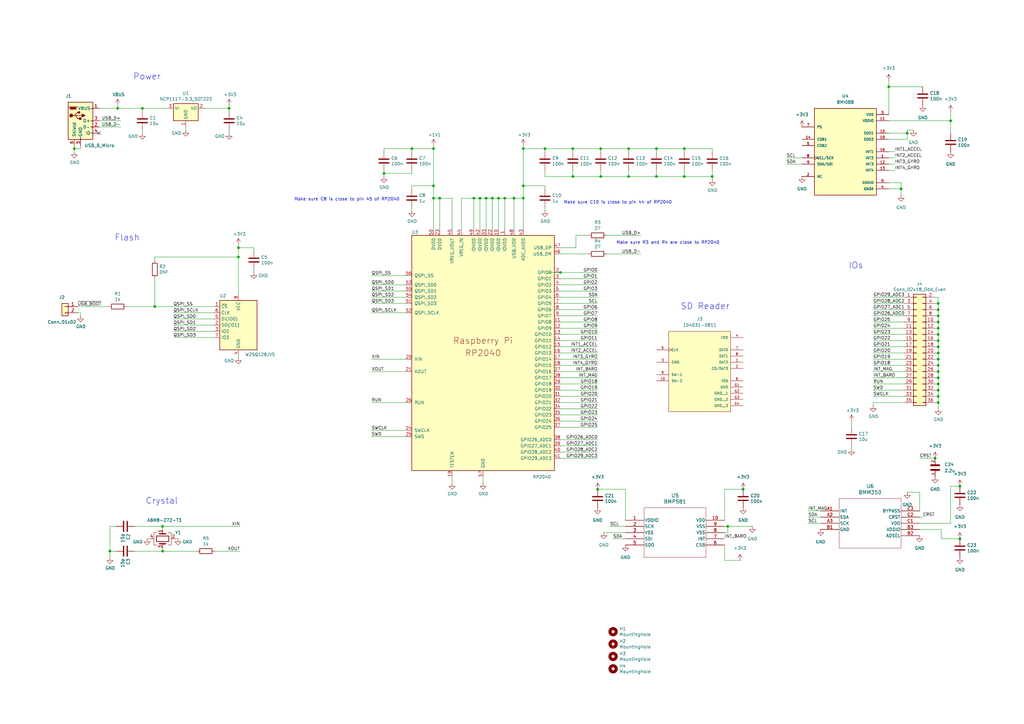
<source format=kicad_sch>
(kicad_sch (version 20231120) (generator "eeschema") (generator_version "8.0")
  (paper "A3")
  (title_block (title "ACE 3.0") (date "2024-01-16") (rev "REV2") (company "Raspberry Pi Ltd"))
  (junction (at 383.54 187.96))
  (junction (at 201.93 81.28))
  (junction (at 384.81 129.54))
  (junction (at 199.39 81.28))
  (junction (at 304.8 200.66))
  (junction (at 384.81 165.1))
  (junction (at 384.81 132.08))
  (junction (at 369.57 77.47))
  (junction (at 97.79 105.41))
  (junction (at 177.8 76.2))
  (junction (at 214.63 76.2))
  (junction (at 168.91 60.96))
  (junction (at 384.81 147.32))
  (junction (at 45.085 226.06))
  (junction (at 223.52 60.96))
  (junction (at 246.38 72.39))
  (junction (at 384.81 157.48))
  (junction (at 257.81 60.96))
  (junction (at 66.675 215.9))
  (junction (at 389.89 49.53))
  (junction (at 246.38 60.96))
  (junction (at 177.8 81.28))
  (junction (at 180.34 81.28))
  (junction (at 204.47 81.28))
  (junction (at 384.81 137.16))
  (junction (at 157.48 71.12))
  (junction (at 93.98 44.45))
  (junction (at 384.81 142.24))
  (junction (at 280.67 60.96))
  (junction (at 384.81 154.94))
  (junction (at 292.1 72.39))
  (junction (at 66.675 226.06))
  (junction (at 384.81 127))
  (junction (at 245.11 200.66))
  (junction (at 364.49 35.56))
  (junction (at 48.26 44.45))
  (junction (at 372.11 54.61))
  (junction (at 257.81 72.39))
  (junction (at 298.45 215.9))
  (junction (at 384.81 162.56))
  (junction (at 97.79 101.6))
  (junction (at 393.7 199.39))
  (junction (at 30.48 60.96))
  (junction (at 177.8 60.96))
  (junction (at 384.81 134.62))
  (junction (at 234.95 72.39))
  (junction (at 269.24 72.39))
  (junction (at 384.81 149.86))
  (junction (at 58.42 44.45))
  (junction (at 393.7 220.98))
  (junction (at 384.81 139.7))
  (junction (at 384.81 124.46))
  (junction (at 207.01 81.28))
  (junction (at 214.63 81.28))
  (junction (at 63.5 125.73))
  (junction (at 229.87 111.76))
  (junction (at 384.81 152.4))
  (junction (at 384.81 144.78))
  (junction (at 196.85 81.28))
  (junction (at 214.63 60.96))
  (junction (at 384.81 160.02))
  (junction (at 194.31 81.28))
  (junction (at 269.24 60.96))
  (junction (at 280.67 72.39))
  (junction (at 210.82 81.28))
  (junction (at 234.95 60.96))
  (no_connect (at 40.64 54.61))
  (wire (pts (xy 386.08 217.17) (xy 386.08 220.98)))
  (wire (pts (xy 177.8 81.28) (xy 177.8 93.98)))
  (wire (pts (xy 229.87 137.16) (xy 245.11 137.16)))
  (wire (pts (xy 157.48 71.12) (xy 168.91 71.12)))
  (wire (pts (xy 236.22 96.52) (xy 236.22 101.6)))
  (wire (pts (xy 386.08 220.98) (xy 393.7 220.98)))
  (wire (pts (xy 384.81 147.32) (xy 384.81 149.86)))
  (wire (pts (xy 364.49 77.47) (xy 369.57 77.47)))
  (wire (pts (xy 48.26 44.45) (xy 58.42 44.45)))
  (wire (pts (xy 370.84 134.62) (xy 358.14 134.62)))
  (wire (pts (xy 364.49 67.31) (xy 367.03 67.31)))
  (wire (pts (xy 246.38 60.96) (xy 257.81 60.96)))
  (wire (pts (xy 207.01 81.28) (xy 210.82 81.28)))
  (wire (pts (xy 349.25 182.88) (xy 349.25 184.15)))
  (wire (pts (xy 87.63 138.43) (xy 71.12 138.43)))
  (wire (pts (xy 246.38 62.23) (xy 246.38 60.96)))
  (wire (pts (xy 177.8 59.69) (xy 177.8 60.96)))
  (wire (pts (xy 229.87 149.86) (xy 245.11 149.86)))
  (wire (pts (xy 384.81 132.08) (xy 384.81 134.62)))
  (wire (pts (xy 370.84 142.24) (xy 358.14 142.24)))
  (wire (pts (xy 97.79 101.6) (xy 97.79 105.41)))
  (wire (pts (xy 58.42 53.34) (xy 58.42 54.61)))
  (wire (pts (xy 229.87 175.26) (xy 245.11 175.26)))
  (wire (pts (xy 194.31 81.28) (xy 196.85 81.28)))
  (wire (pts (xy 229.87 170.18) (xy 245.11 170.18)))
  (wire (pts (xy 48.26 43.18) (xy 48.26 44.45)))
  (wire (pts (xy 229.87 104.14) (xy 241.3 104.14)))
  (wire (pts (xy 377.19 209.55) (xy 377.19 201.93)))
  (wire (pts (xy 364.49 74.93) (xy 369.57 74.93)))
  (wire (pts (xy 224.79 111.76) (xy 229.87 111.76)))
  (wire (pts (xy 71.12 128.27) (xy 87.63 128.27)))
  (wire (pts (xy 364.49 64.77) (xy 367.03 64.77)))
  (wire (pts (xy 97.79 100.33) (xy 97.79 101.6)))
  (wire (pts (xy 248.92 96.52) (xy 262.89 96.52)))
  (wire (pts (xy 185.42 93.98) (xy 185.42 81.28)))
  (wire (pts (xy 384.81 154.94) (xy 384.81 157.48)))
  (wire (pts (xy 297.18 223.52) (xy 297.18 229.87)))
  (wire (pts (xy 384.81 124.46) (xy 384.81 127)))
  (wire (pts (xy 246.38 69.85) (xy 246.38 72.39)))
  (wire (pts (xy 229.87 116.84) (xy 245.11 116.84)))
  (wire (pts (xy 58.42 45.72) (xy 58.42 44.45)))
  (wire (pts (xy 177.8 76.2) (xy 177.8 81.28)))
  (wire (pts (xy 384.81 129.54) (xy 384.81 132.08)))
  (wire (pts (xy 60.325 220.98) (xy 61.595 220.98)))
  (wire (pts (xy 389.89 199.39) (xy 393.7 199.39)))
  (wire (pts (xy 189.23 81.28) (xy 194.31 81.28)))
  (wire (pts (xy 157.48 60.96) (xy 168.91 60.96)))
  (wire (pts (xy 229.87 185.42) (xy 245.11 185.42)))
  (wire (pts (xy 63.5 114.3) (xy 63.5 125.73)))
  (wire (pts (xy 384.81 160.02) (xy 384.81 162.56)))
  (wire (pts (xy 157.48 69.85) (xy 157.48 71.12)))
  (wire (pts (xy 71.755 220.98) (xy 73.025 220.98)))
  (wire (pts (xy 229.87 111.76) (xy 245.11 111.76)))
  (wire (pts (xy 152.4 124.46) (xy 166.37 124.46)))
  (wire (pts (xy 383.54 129.54) (xy 384.81 129.54)))
  (wire (pts (xy 55.245 215.9) (xy 66.675 215.9)))
  (wire (pts (xy 383.54 127) (xy 384.81 127)))
  (wire (pts (xy 93.98 45.72) (xy 93.98 44.45)))
  (wire (pts (xy 389.89 45.72) (xy 389.89 49.53)))
  (wire (pts (xy 214.63 81.28) (xy 214.63 93.98)))
  (wire (pts (xy 364.49 62.23) (xy 367.03 62.23)))
  (wire (pts (xy 168.91 60.96) (xy 177.8 60.96)))
  (wire (pts (xy 44.45 125.73) (xy 31.75 125.73)))
  (wire (pts (xy 377.19 212.09) (xy 378.46 212.09)))
  (wire (pts (xy 370.84 129.54) (xy 358.14 129.54)))
  (wire (pts (xy 374.65 53.34) (xy 372.11 53.34)))
  (wire (pts (xy 214.63 76.2) (xy 223.52 76.2)))
  (wire (pts (xy 97.79 146.685) (xy 97.79 146.05)))
  (wire (pts (xy 199.39 93.98) (xy 199.39 81.28)))
  (wire (pts (xy 40.64 49.53) (xy 49.53 49.53)))
  (wire (pts (xy 177.8 60.96) (xy 177.8 76.2)))
  (wire (pts (xy 210.82 81.28) (xy 214.63 81.28)))
  (wire (pts (xy 152.4 119.38) (xy 166.37 119.38)))
  (wire (pts (xy 166.37 165.1) (xy 152.4 165.1)))
  (wire (pts (xy 269.24 62.23) (xy 269.24 60.96)))
  (wire (pts (xy 370.84 124.46) (xy 358.14 124.46)))
  (wire (pts (xy 196.85 81.28) (xy 199.39 81.28)))
  (wire (pts (xy 87.63 133.35) (xy 71.12 133.35)))
  (wire (pts (xy 384.81 142.24) (xy 384.81 144.78)))
  (wire (pts (xy 383.54 162.56) (xy 384.81 162.56)))
  (wire (pts (xy 389.89 214.63) (xy 389.89 199.39)))
  (wire (pts (xy 223.52 62.23) (xy 223.52 60.96)))
  (wire (pts (xy 214.63 60.96) (xy 223.52 60.96)))
  (wire (pts (xy 104.14 101.6) (xy 97.79 101.6)))
  (wire (pts (xy 207.01 81.28) (xy 207.01 93.98)))
  (wire (pts (xy 196.85 93.98) (xy 196.85 81.28)))
  (wire (pts (xy 383.54 147.32) (xy 384.81 147.32)))
  (wire (pts (xy 369.57 77.47) (xy 369.57 80.01)))
  (wire (pts (xy 33.02 59.69) (xy 33.02 60.96)))
  (wire (pts (xy 66.675 224.79) (xy 66.675 226.06)))
  (wire (pts (xy 45.085 226.06) (xy 45.085 228.6)))
  (wire (pts (xy 229.87 101.6) (xy 236.22 101.6)))
  (wire (pts (xy 372.11 53.34) (xy 372.11 54.61)))
  (wire (pts (xy 384.81 144.78) (xy 384.81 147.32)))
  (wire (pts (xy 383.54 134.62) (xy 384.81 134.62)))
  (wire (pts (xy 214.63 60.96) (xy 214.63 76.2)))
  (wire (pts (xy 383.54 139.7) (xy 384.81 139.7)))
  (wire (pts (xy 76.2 52.07) (xy 76.2 53.34)))
  (wire (pts (xy 166.37 152.4) (xy 152.4 152.4)))
  (wire (pts (xy 166.37 113.03) (xy 152.4 113.03)))
  (wire (pts (xy 269.24 60.96) (xy 280.67 60.96)))
  (wire (pts (xy 292.1 69.85) (xy 292.1 72.39)))
  (wire (pts (xy 331.47 209.55) (xy 336.55 209.55)))
  (wire (pts (xy 322.58 64.77) (xy 328.93 64.77)))
  (wire (pts (xy 88.265 226.06) (xy 98.425 226.06)))
  (wire (pts (xy 83.82 44.45) (xy 93.98 44.45)))
  (wire (pts (xy 331.47 214.63) (xy 336.55 214.63)))
  (wire (pts (xy 229.87 147.32) (xy 245.11 147.32)))
  (wire (pts (xy 370.84 152.4) (xy 358.14 152.4)))
  (wire (pts (xy 229.87 127) (xy 245.11 127)))
  (wire (pts (xy 247.65 218.44) (xy 256.54 218.44)))
  (wire (pts (xy 168.91 71.12) (xy 168.91 69.85)))
  (wire (pts (xy 377.19 214.63) (xy 389.89 214.63)))
  (wire (pts (xy 234.95 62.23) (xy 234.95 60.96)))
  (wire (pts (xy 234.95 72.39) (xy 223.52 72.39)))
  (wire (pts (xy 229.87 180.34) (xy 245.11 180.34)))
  (wire (pts (xy 214.63 76.2) (xy 214.63 81.28)))
  (wire (pts (xy 384.81 152.4) (xy 384.81 154.94)))
  (wire (pts (xy 214.63 59.69) (xy 214.63 60.96)))
  (wire (pts (xy 384.81 127) (xy 384.81 129.54)))
  (wire (pts (xy 229.87 129.54) (xy 245.11 129.54)))
  (wire (pts (xy 168.91 77.47) (xy 168.91 76.2)))
  (wire (pts (xy 87.63 135.89) (xy 71.12 135.89)))
  (wire (pts (xy 31.75 128.27) (xy 33.02 128.27)))
  (wire (pts (xy 234.95 60.96) (xy 246.38 60.96)))
  (wire (pts (xy 364.49 49.53) (xy 389.89 49.53)))
  (wire (pts (xy 370.84 149.86) (xy 358.14 149.86)))
  (wire (pts (xy 52.07 125.73) (xy 63.5 125.73)))
  (wire (pts (xy 383.54 165.1) (xy 384.81 165.1)))
  (wire (pts (xy 364.49 57.15) (xy 372.11 57.15)))
  (wire (pts (xy 30.48 59.69) (xy 30.48 60.96)))
  (wire (pts (xy 322.58 67.31) (xy 328.93 67.31)))
  (wire (pts (xy 229.87 187.96) (xy 245.11 187.96)))
  (wire (pts (xy 383.54 121.92) (xy 384.81 121.92)))
  (wire (pts (xy 358.14 165.1) (xy 370.84 165.1)))
  (wire (pts (xy 377.19 187.96) (xy 383.54 187.96)))
  (wire (pts (xy 234.95 69.85) (xy 234.95 72.39)))
  (wire (pts (xy 298.45 215.9) (xy 308.61 215.9)))
  (wire (pts (xy 180.34 93.98) (xy 180.34 81.28)))
  (wire (pts (xy 384.81 139.7) (xy 384.81 142.24)))
  (wire (pts (xy 280.67 72.39) (xy 292.1 72.39)))
  (wire (pts (xy 33.02 60.96) (xy 30.48 60.96)))
  (wire (pts (xy 370.84 157.48) (xy 358.14 157.48)))
  (wire (pts (xy 68.58 44.45) (xy 58.42 44.45)))
  (wire (pts (xy 269.24 69.85) (xy 269.24 72.39)))
  (wire (pts (xy 383.54 154.94) (xy 384.81 154.94)))
  (wire (pts (xy 256.54 200.66) (xy 245.11 200.66)))
  (wire (pts (xy 383.54 152.4) (xy 384.81 152.4)))
  (wire (pts (xy 297.18 215.9) (xy 298.45 215.9)))
  (wire (pts (xy 223.52 60.96) (xy 234.95 60.96)))
  (wire (pts (xy 297.18 200.66) (xy 304.8 200.66)))
  (wire (pts (xy 377.19 201.93) (xy 372.11 201.93)))
  (wire (pts (xy 223.52 85.09) (xy 223.52 86.36)))
  (wire (pts (xy 383.54 157.48) (xy 384.81 157.48)))
  (wire (pts (xy 229.87 132.08) (xy 245.11 132.08)))
  (wire (pts (xy 204.47 93.98) (xy 204.47 81.28)))
  (wire (pts (xy 55.245 226.06) (xy 66.675 226.06)))
  (wire (pts (xy 47.625 226.06) (xy 45.085 226.06)))
  (wire (pts (xy 66.675 226.06) (xy 80.645 226.06)))
  (wire (pts (xy 364.49 69.85) (xy 367.03 69.85)))
  (wire (pts (xy 229.87 119.38) (xy 245.11 119.38)))
  (wire (pts (xy 292.1 62.23) (xy 292.1 60.96)))
  (wire (pts (xy 166.37 179.07) (xy 152.4 179.07)))
  (wire (pts (xy 199.39 81.28) (xy 201.93 81.28)))
  (wire (pts (xy 292.1 72.39) (xy 292.1 73.66)))
  (wire (pts (xy 383.54 137.16) (xy 384.81 137.16)))
  (wire (pts (xy 349.25 172.72) (xy 349.25 175.26)))
  (wire (pts (xy 229.87 157.48) (xy 245.11 157.48)))
  (wire (pts (xy 384.81 121.92) (xy 384.81 124.46)))
  (wire (pts (xy 166.37 128.27) (xy 152.4 128.27)))
  (wire (pts (xy 297.18 218.44) (xy 298.45 218.44)))
  (wire (pts (xy 198.12 195.58) (xy 198.12 198.12)))
  (wire (pts (xy 297.18 229.87) (xy 303.53 229.87)))
  (wire (pts (xy 168.91 76.2) (xy 177.8 76.2)))
  (wire (pts (xy 229.87 154.94) (xy 245.11 154.94)))
  (wire (pts (xy 87.63 130.81) (xy 71.12 130.81)))
  (wire (pts (xy 246.38 72.39) (xy 234.95 72.39)))
  (wire (pts (xy 370.84 132.08) (xy 358.14 132.08)))
  (wire (pts (xy 223.52 69.85) (xy 223.52 72.39)))
  (wire (pts (xy 370.84 137.16) (xy 358.14 137.16)))
  (wire (pts (xy 384.81 157.48) (xy 384.81 160.02)))
  (wire (pts (xy 370.84 160.02) (xy 358.14 160.02)))
  (wire (pts (xy 185.42 195.58) (xy 185.42 198.12)))
  (wire (pts (xy 229.87 160.02) (xy 245.11 160.02)))
  (wire (pts (xy 47.625 215.9) (xy 45.085 215.9)))
  (wire (pts (xy 229.87 139.7) (xy 245.11 139.7)))
  (wire (pts (xy 370.84 162.56) (xy 358.14 162.56)))
  (wire (pts (xy 372.11 54.61) (xy 372.11 57.15)))
  (wire (pts (xy 229.87 165.1) (xy 245.11 165.1)))
  (wire (pts (xy 298.45 218.44) (xy 298.45 215.9)))
  (wire (pts (xy 180.34 81.28) (xy 177.8 81.28)))
  (wire (pts (xy 378.46 35.56) (xy 364.49 35.56)))
  (wire (pts (xy 248.92 104.14) (xy 262.89 104.14)))
  (wire (pts (xy 383.54 144.78) (xy 384.81 144.78)))
  (wire (pts (xy 383.54 132.08) (xy 384.81 132.08)))
  (wire (pts (xy 229.87 144.78) (xy 245.11 144.78)))
  (wire (pts (xy 280.67 72.39) (xy 269.24 72.39)))
  (wire (pts (xy 45.085 215.9) (xy 45.085 226.06)))
  (wire (pts (xy 66.675 217.17) (xy 66.675 215.9)))
  (wire (pts (xy 152.4 116.84) (xy 166.37 116.84)))
  (wire (pts (xy 364.49 35.56) (xy 364.49 33.02)))
  (wire (pts (xy 358.14 166.37) (xy 358.14 165.1)))
  (wire (pts (xy 297.18 213.36) (xy 297.18 200.66)))
  (wire (pts (xy 201.93 81.28) (xy 204.47 81.28)))
  (wire (pts (xy 229.87 134.62) (xy 245.11 134.62)))
  (wire (pts (xy 383.54 142.24) (xy 384.81 142.24)))
  (wire (pts (xy 229.87 152.4) (xy 245.11 152.4)))
  (wire (pts (xy 377.19 217.17) (xy 386.08 217.17)))
  (wire (pts (xy 157.48 62.23) (xy 157.48 60.96)))
  (wire (pts (xy 384.81 137.16) (xy 384.81 139.7)))
  (wire (pts (xy 236.22 96.52) (xy 241.3 96.52)))
  (wire (pts (xy 104.14 110.49) (xy 104.14 111.76)))
  (wire (pts (xy 157.48 71.12) (xy 157.48 72.39)))
  (wire (pts (xy 280.67 69.85) (xy 280.67 72.39)))
  (wire (pts (xy 152.4 147.32) (xy 166.37 147.32)))
  (wire (pts (xy 229.87 142.24) (xy 245.11 142.24)))
  (wire (pts (xy 257.81 60.96) (xy 269.24 60.96)))
  (wire (pts (xy 383.54 124.46) (xy 384.81 124.46)))
  (wire (pts (xy 370.84 121.92) (xy 358.14 121.92)))
  (wire (pts (xy 223.52 77.47) (xy 223.52 76.2)))
  (wire (pts (xy 370.84 139.7) (xy 358.14 139.7)))
  (wire (pts (xy 152.4 121.92) (xy 166.37 121.92)))
  (wire (pts (xy 384.81 149.86) (xy 384.81 152.4)))
  (wire (pts (xy 364.49 54.61) (xy 372.11 54.61)))
  (wire (pts (xy 229.87 124.46) (xy 245.11 124.46)))
  (wire (pts (xy 229.87 167.64) (xy 245.11 167.64)))
  (wire (pts (xy 251.46 220.98) (xy 256.54 220.98)))
  (wire (pts (xy 229.87 114.3) (xy 245.11 114.3)))
  (wire (pts (xy 257.81 72.39) (xy 246.38 72.39)))
  (wire (pts (xy 104.14 102.87) (xy 104.14 101.6)))
  (wire (pts (xy 269.24 72.39) (xy 257.81 72.39)))
  (wire (pts (xy 370.84 147.32) (xy 358.14 147.32)))
  (wire (pts (xy 204.47 81.28) (xy 207.01 81.28)))
  (wire (pts (xy 63.5 125.73) (xy 87.63 125.73)))
  (wire (pts (xy 331.47 212.09) (xy 336.55 212.09)))
  (wire (pts (xy 194.31 93.98) (xy 194.31 81.28)))
  (wire (pts (xy 40.64 44.45) (xy 48.26 44.45)))
  (wire (pts (xy 369.57 74.93) (xy 369.57 77.47)))
  (wire (pts (xy 370.84 127) (xy 358.14 127)))
  (wire (pts (xy 256.54 213.36) (xy 256.54 200.66)))
  (wire (pts (xy 384.81 134.62) (xy 384.81 137.16)))
  (wire (pts (xy 201.93 93.98) (xy 201.93 81.28)))
  (wire (pts (xy 168.91 62.23) (xy 168.91 60.96)))
  (wire (pts (xy 250.19 215.9) (xy 256.54 215.9)))
  (wire (pts (xy 185.42 81.28) (xy 180.34 81.28)))
  (wire (pts (xy 370.84 154.94) (xy 358.14 154.94)))
  (wire (pts (xy 280.67 60.96) (xy 292.1 60.96)))
  (wire (pts (xy 280.67 62.23) (xy 280.67 60.96)))
  (wire (pts (xy 257.81 69.85) (xy 257.81 72.39)))
  (wire (pts (xy 229.87 162.56) (xy 245.11 162.56)))
  (wire (pts (xy 383.54 160.02) (xy 384.81 160.02)))
  (wire (pts (xy 229.87 172.72) (xy 245.11 172.72)))
  (wire (pts (xy 364.49 35.56) (xy 364.49 46.99)))
  (wire (pts (xy 210.82 93.98) (xy 210.82 81.28)))
  (wire (pts (xy 257.81 62.23) (xy 257.81 60.96)))
  (wire (pts (xy 166.37 176.53) (xy 152.4 176.53)))
  (wire (pts (xy 370.84 144.78) (xy 358.14 144.78)))
  (wire (pts (xy 189.23 93.98) (xy 189.23 81.28)))
  (wire (pts (xy 384.81 165.1) (xy 384.81 167.64)))
  (wire (pts (xy 168.91 85.09) (xy 168.91 86.36)))
  (wire (pts (xy 93.98 53.34) (xy 93.98 54.61)))
  (wire (pts (xy 30.48 60.96) (xy 30.48 62.23)))
  (wire (pts (xy 384.81 162.56) (xy 384.81 165.1)))
  (wire (pts (xy 63.5 106.68) (xy 63.5 105.41)))
  (wire (pts (xy 63.5 105.41) (xy 97.79 105.41)))
  (wire (pts (xy 93.98 44.45) (xy 93.98 43.18)))
  (wire (pts (xy 229.87 182.88) (xy 245.11 182.88)))
  (wire (pts (xy 229.87 121.92) (xy 245.11 121.92)))
  (wire (pts (xy 40.64 52.07) (xy 49.53 52.07)))
  (wire (pts (xy 389.89 49.53) (xy 389.89 54.61)))
  (wire (pts (xy 33.02 128.27) (xy 33.02 129.54)))
  (wire (pts (xy 383.54 149.86) (xy 384.81 149.86)))
  (wire (pts (xy 97.79 105.41) (xy 97.79 120.65)))
  (wire (pts (xy 66.675 215.9) (xy 98.425 215.9)))
  (text "IOs" (at 347.98 110.49 0) (effects (font (size 2.54 2.54)) (justify left bottom)))
  (text "Power" (at 54.61 33.02 0) (effects (font (size 2.54 2.54)) (justify left bottom)))
  (text "Crystal" (at 59.69 207.01 0) (effects (font (size 2.54 2.54)) (justify left bottom)))
  (text "Make sure C8 is close to pin 45 of RP2040" (at 120.65 82.55 0) (effects (font (size 1.27 1.27)) (justify left bottom)))
  (text "SD Reader" (at 279.146 127.254 0) (effects (font (size 2.54 2.54)) (justify left bottom)))
  (text "Make sure C10 is close to pin 44 of RP2040" (at 231.14 83.82 0) (effects (font (size 1.27 1.27)) (justify left bottom)))
  (text "Make sure R3 and R4 are close to RP2040" (at 252.73 100.33 0) (effects (font (size 1.27 1.27)) (justify left bottom)))
  (text "Flash" (at 46.99 99.06 0) (effects (font (size 2.54 2.54)) (justify left bottom)))
  (label "XOUT" (at 98.425 226.06 180))
  (label "GPIO24" (at 358.14 134.62 0))
  (label "USB_D-" (at 49.53 52.07 180))
  (label "QSPI_SS" (at 71.12 125.73 0))
  (label "QSPI_SD3" (at 71.12 138.43 0))
  (label "QSPI_SD2" (at 152.4 121.92 0))
  (label "SCL" (at 322.58 64.77 0))
  (label "USB_D-" (at 262.89 104.14 180))
  (label "SDA" (at 245.11 121.92 180))
  (label "GPIO21" (at 358.14 142.24 0))
  (label "INT3_GYRO" (at 367.03 67.31 0))
  (label "RUN" (at 152.4 165.1 0))
  (label "XOUT" (at 152.4 152.4 0))
  (label "GPIO29_ADC3" (at 245.11 187.96 180))
  (label "QSPI_SD1" (at 152.4 119.38 0))
  (label "INT2_ACCEL" (at 245.11 144.78 180))
  (label "GPIO6" (at 245.11 127 180))
  (label "USB_D+" (at 262.89 96.52 180))
  (label "GPIO29_ADC3" (at 358.14 121.92 0))
  (label "GPIO28_ADC2" (at 358.14 124.46 0))
  (label "SWD" (at 152.4 179.07 0))
  (label "GPIO20" (at 245.11 162.56 180))
  (label "QSPI_SD1" (at 71.12 133.35 0))
  (label "QSPI_SD3" (at 152.4 124.46 0))
  (label "SWD" (at 358.14 160.02 0))
  (label "RUN" (at 358.14 157.48 0))
  (label "GPIO18" (at 245.11 157.48 180))
  (label "GPIO25" (at 245.11 175.26 180))
  (label "SDA" (at 251.46 220.98 0))
  (label "INT2_ACCEL" (at 367.03 64.77 0))
  (label "INT1_ACCEL" (at 367.03 62.23 0))
  (label "GPIO0" (at 245.11 111.76 180))
  (label "GPIO21" (at 245.11 165.1 180))
  (label "GPIO11" (at 245.11 139.7 180))
  (label "INT_MAG" (at 358.14 152.4 0))
  (label "GPIO27_ADC1" (at 245.11 182.88 180))
  (label "GPIO1" (at 245.11 114.3 180))
  (label "XIN" (at 98.425 215.9 180))
  (label "USB_D+" (at 49.53 49.53 180))
  (label "INT4_GYRO" (at 367.03 69.85 0))
  (label "INT3_GYRO" (at 245.11 147.32 180))
  (label "GPIO3" (at 245.11 119.38 180))
  (label "GPIO10" (at 245.11 137.16 180))
  (label "SCL" (at 250.19 215.9 0))
  (label "INT_MAG" (at 331.47 209.55 0))
  (label "GPIO23" (at 245.11 170.18 180))
  (label "SWCLK" (at 152.4 176.53 0))
  (label "QSPI_SCLK" (at 152.4 128.27 0))
  (label "SCL" (at 331.47 214.63 0))
  (label "GPIO27_ADC1" (at 358.14 127 0))
  (label "GPIO25" (at 358.14 132.08 0))
  (label "QSPI_SD0" (at 152.4 116.84 0))
  (label "INT_MAG" (at 245.11 154.94 180))
  (label "GPIO18" (at 358.14 149.86 0))
  (label "GPIO2" (at 245.11 116.84 180))
  (label "GPIO9" (at 245.11 134.62 180))
  (label "INT4_GYRO" (at 245.11 149.86 180))
  (label "INT1_ACCEL" (at 245.11 142.24 180))
  (label "GPIO24" (at 245.11 172.72 180))
  (label "SCL" (at 245.11 124.46 180))
  (label "GPIO22" (at 245.11 167.64 180))
  (label "SWCLK" (at 358.14 162.56 0))
  (label "GPIO19" (at 245.11 160.02 180))
  (label "QSPI_SS" (at 152.4 113.03 0))
  (label "QSPI_SD2" (at 71.12 135.89 0))
  (label "QSPI_SD0" (at 71.12 130.81 0))
  (label "CRST" (at 377.19 187.96 0))
  (label "QSPI_SCLK" (at 71.12 128.27 0))
  (label "CRST" (at 378.46 212.09 0))
  (label "~{USB_BOOT}" (at 31.75 125.73 0))
  (label "GPIO20" (at 358.14 144.78 0))
  (label "INT_BARO" (at 297.18 220.98 0))
  (label "GPIO26_ADC0" (at 245.11 180.34 180))
  (label "GPIO28_ADC2" (at 245.11 185.42 180))
  (label "INT_BARO" (at 245.11 152.4 180))
  (label "GPIO8" (at 245.11 132.08 180))
  (label "XIN" (at 152.4 147.32 0))
  (label "GPIO23" (at 358.14 137.16 0))
  (label "SDA" (at 322.58 67.31 0))
  (label "GPIO22" (at 358.14 139.7 0))
  (label "INT_BARO" (at 358.14 154.94 0))
  (label "GPIO26_ADC0" (at 358.14 129.54 0))
  (label "SDA" (at 331.47 212.09 0))
  (label "GPIO19" (at 358.14 147.32 0))
  (label "GPIO7" (at 245.11 129.54 180))
  (symbol (lib_id "MCU_RaspberryPi_RP2040:RP2040") (at 198.12 144.78 0) (unit 1)
    (property "Reference" "U3" (at 170.18 95.25 0))
    (property "Value" "RP2040" (at 222.25 195.58 0))
    (property "Footprint" "RP2040_minimal:RP2040-QFN-56" (effects (hide yes)))
  )
  (symbol (lib_id "Memory_Flash:W25Q128JVS") (at 97.79 133.35 0) (unit 1)
    (property "Reference" "U2" (at 91.44 121.285 0))
    (property "Value" "W25Q128JVS" (at 106.68 145.415 0))
    (property "Footprint" "Package_SO:SOIC-8_5.23x5.23mm_P1.27mm" (effects (hide yes)))
    (property "Datasheet" "http://www.winbond.com/resource-files/w25q128jv_dtr%20revc%2003272018%20plus.pdf" (effects (hide yes)))
  )
  (symbol (lib_id "power:+3V3") (at 97.79 100.33 0) (unit 1)
    (property "Reference" "#PWR07" (effects (hide yes)))
    (property "Value" "+3V3" (at 98.171 95.9358 0))
  )
  (symbol (lib_id "power:GND") (at 97.79 146.685 0) (unit 1)
    (property "Reference" "#PWR08" (effects (hide yes)))
    (property "Value" "GND" (at 93.98 147.955 0))
  )
  (symbol (lib_id "Device:R") (at 63.5 110.49 0) (unit 1)
    (property "Reference" "R2" (at 65.278 109.3216 0) (effects (justify left)))
    (property "Value" "DNF" (at 65.278 111.633 0) (effects (justify left)))
    (property "Footprint" "Resistor_SMD:R_0402_1005Metric" (effects (hide yes)))
  )
  (symbol (lib_id "Device:R") (at 48.26 125.73 270) (unit 1)
    (property "Reference" "R1" (at 48.26 120.4722 90))
    (property "Value" "1k" (at 48.26 122.7836 90))
    (property "Footprint" "Resistor_SMD:R_0402_1005Metric" (effects (hide yes)))
  )
  (symbol (lib_id "Device:C") (at 104.14 106.68 0) (unit 1)
    (property "Reference" "C5" (at 107.061 105.5116 0) (effects (justify left)))
    (property "Value" "100n" (at 107.061 107.823 0) (effects (justify left)))
    (property "Footprint" "Capacitor_SMD:C_0402_1005Metric" (effects (hide yes)))
  )
  (symbol (lib_id "power:GND") (at 104.14 111.76 0) (unit 1)
    (property "Reference" "#PWR011" (effects (hide yes)))
    (property "Value" "GND" (at 107.95 113.03 0))
  )
  (symbol (lib_id "Connector:USB_B_Micro") (at 33.02 49.53 0) (unit 1)
    (property "Reference" "J1" (at 29.21 39.37 0) (effects (justify right)))
    (property "Value" "USB_B_Micro" (at 46.99 59.69 0) (effects (justify right)))
    (property "Footprint" "RP2040_minimal:USB_Micro-B_Amphenol_10103594-0001LF_Horizontal_modified" (effects (hide yes)))
  )
  (symbol (lib_id "power:GND") (at 198.12 198.12 0) (unit 1)
    (property "Reference" "#PWR016" (effects (hide yes)))
    (property "Value" "GND" (at 198.247 202.5142 0))
  )
  (symbol (lib_id "power:GND") (at 185.42 198.12 0) (unit 1)
    (property "Reference" "#PWR015" (effects (hide yes)))
    (property "Value" "GND" (at 185.547 202.5142 0))
  )
  (symbol (lib_id "Device:R") (at 245.11 96.52 270) (unit 1)
    (property "Reference" "R3" (at 245.11 91.2622 90))
    (property "Value" "27" (at 245.11 93.5736 90))
    (property "Footprint" "Resistor_SMD:R_0402_1005Metric" (effects (hide yes)))
  )
  (symbol (lib_id "Device:R") (at 245.11 104.14 270) (unit 1)
    (property "Reference" "R4" (at 245.11 98.8822 90))
    (property "Value" "27" (at 245.11 101.1936 90))
    (property "Footprint" "Resistor_SMD:R_0402_1005Metric" (effects (hide yes)))
  )
  (symbol (lib_id "power:GND") (at 30.48 62.23 0) (unit 1)
    (property "Reference" "#PWR01" (effects (hide yes)))
    (property "Value" "GND" (at 30.607 66.6242 0))
  )
  (symbol (lib_id "power:GND") (at 358.14 166.37 0) (unit 1)
    (property "Reference" "#PWR0101" (effects (hide yes)))
    (property "Value" "GND" (at 358.267 170.7642 0))
  )
  (symbol (lib_id "power:+3V3") (at 214.63 59.69 0) (unit 1)
    (property "Reference" "#PWR017" (effects (hide yes)))
    (property "Value" "+3V3" (at 215.011 55.2958 0))
  )
  (symbol (lib_id "power:+1V1") (at 177.8 59.69 0) (unit 1)
    (property "Reference" "#PWR014" (effects (hide yes)))
    (property "Value" "+1V1" (at 178.181 55.2958 0))
  )
  (symbol (lib_id "Device:C") (at 223.52 66.04 0) (unit 1)
    (property "Reference" "C9" (at 226.441 64.8716 0) (effects (justify left)))
    (property "Value" "100n" (at 226.441 67.183 0) (effects (justify left)))
    (property "Footprint" "Capacitor_SMD:C_0402_1005Metric" (effects (hide yes)))
  )
  (symbol (lib_id "Device:C") (at 234.95 66.04 0) (unit 1)
    (property "Reference" "C11" (at 237.871 64.8716 0) (effects (justify left)))
    (property "Value" "100n" (at 237.871 67.183 0) (effects (justify left)))
    (property "Footprint" "Capacitor_SMD:C_0402_1005Metric" (effects (hide yes)))
  )
  (symbol (lib_id "Device:C") (at 246.38 66.04 0) (unit 1)
    (property "Reference" "C12" (at 249.301 64.8716 0) (effects (justify left)))
    (property "Value" "100n" (at 249.301 67.183 0) (effects (justify left)))
    (property "Footprint" "Capacitor_SMD:C_0402_1005Metric" (effects (hide yes)))
  )
  (symbol (lib_id "Device:C") (at 257.81 66.04 0) (unit 1)
    (property "Reference" "C13" (at 260.731 64.8716 0) (effects (justify left)))
    (property "Value" "100n" (at 260.731 67.183 0) (effects (justify left)))
    (property "Footprint" "Capacitor_SMD:C_0402_1005Metric" (effects (hide yes)))
  )
  (symbol (lib_id "Device:C") (at 269.24 66.04 0) (unit 1)
    (property "Reference" "C14" (at 272.161 64.8716 0) (effects (justify left)))
    (property "Value" "100n" (at 272.161 67.183 0) (effects (justify left)))
    (property "Footprint" "Capacitor_SMD:C_0402_1005Metric" (effects (hide yes)))
  )
  (symbol (lib_id "Device:C") (at 280.67 66.04 0) (unit 1)
    (property "Reference" "C15" (at 283.591 64.8716 0) (effects (justify left)))
    (property "Value" "100n" (at 283.591 67.183 0) (effects (justify left)))
    (property "Footprint" "Capacitor_SMD:C_0402_1005Metric" (effects (hide yes)))
  )
  (symbol (lib_id "Device:C") (at 292.1 66.04 0) (unit 1)
    (property "Reference" "C16" (at 295.021 64.8716 0) (effects (justify left)))
    (property "Value" "100n" (at 295.021 67.183 0) (effects (justify left)))
    (property "Footprint" "Capacitor_SMD:C_0402_1005Metric" (effects (hide yes)))
  )
  (symbol (lib_id "Device:C") (at 157.48 66.04 0) (unit 1)
    (property "Reference" "C6" (at 160.401 64.8716 0) (effects (justify left)))
    (property "Value" "100n" (at 160.401 67.183 0) (effects (justify left)))
    (property "Footprint" "Capacitor_SMD:C_0402_1005Metric" (effects (hide yes)))
  )
  (symbol (lib_id "Device:C") (at 168.91 66.04 0) (unit 1)
    (property "Reference" "C7" (at 171.831 64.8716 0) (effects (justify left)))
    (property "Value" "100n" (at 171.831 67.183 0) (effects (justify left)))
    (property "Footprint" "Capacitor_SMD:C_0402_1005Metric" (effects (hide yes)))
  )
  (symbol (lib_id "Device:C") (at 168.91 81.28 0) (unit 1)
    (property "Reference" "C8" (at 171.831 80.1116 0) (effects (justify left)))
    (property "Value" "1u" (at 171.831 82.423 0) (effects (justify left)))
    (property "Footprint" "Capacitor_SMD:C_0402_1005Metric" (effects (hide yes)))
  )
  (symbol (lib_id "Device:C") (at 223.52 81.28 0) (unit 1)
    (property "Reference" "C10" (at 226.441 80.1116 0) (effects (justify left)))
    (property "Value" "1u" (at 226.441 82.423 0) (effects (justify left)))
    (property "Footprint" "Capacitor_SMD:C_0402_1005Metric" (effects (hide yes)))
  )
  (symbol (lib_id "Mechanical:MountingHole") (at 251.46 259.08 0) (unit 1)
    (property "Reference" "H1" (at 254 257.9116 0) (effects (justify left)))
    (property "Value" "MountingHole" (at 254 260.223 0) (effects (justify left)))
    (property "Footprint" "MountingHole:MountingHole_2.7mm_M2.5" (effects (hide yes)))
  )
  (symbol (lib_id "Mechanical:MountingHole") (at 251.46 264.16 0) (unit 1)
    (property "Reference" "H2" (at 254 262.9916 0) (effects (justify left)))
    (property "Value" "MountingHole" (at 254 265.303 0) (effects (justify left)))
    (property "Footprint" "MountingHole:MountingHole_2.7mm_M2.5" (effects (hide yes)))
  )
  (symbol (lib_id "Mechanical:MountingHole") (at 251.46 269.24 0) (unit 1)
    (property "Reference" "H3" (at 254 268.0716 0) (effects (justify left)))
    (property "Value" "MountingHole" (at 254 270.383 0) (effects (justify left)))
    (property "Footprint" "MountingHole:MountingHole_2.7mm_M2.5" (effects (hide yes)))
  )
  (symbol (lib_id "Mechanical:MountingHole") (at 251.46 274.32 0) (unit 1)
    (property "Reference" "H4" (at 254 273.1516 0) (effects (justify left)))
    (property "Value" "MountingHole" (at 254 275.463 0) (effects (justify left)))
    (property "Footprint" "MountingHole:MountingHole_2.7mm_M2.5" (effects (hide yes)))
  )
  (symbol (lib_id "power:GND") (at 292.1 73.66 0) (unit 1)
    (property "Reference" "#PWR023" (effects (hide yes)))
    (property "Value" "GND" (at 292.227 78.0542 0))
  )
  (symbol (lib_id "power:GND") (at 157.48 72.39 0) (unit 1)
    (property "Reference" "#PWR012" (effects (hide yes)))
    (property "Value" "GND" (at 157.607 76.7842 0))
  )
  (symbol (lib_id "power:GND") (at 168.91 86.36 0) (unit 1)
    (property "Reference" "#PWR013" (effects (hide yes)))
    (property "Value" "GND" (at 169.037 90.7542 0))
  )
  (symbol (lib_id "power:GND") (at 223.52 86.36 0) (unit 1)
    (property "Reference" "#PWR018" (effects (hide yes)))
    (property "Value" "GND" (at 223.647 90.7542 0))
  )
  (symbol (lib_id "Regulator_Linear:NCP1117-3.3_SOT223") (at 76.2 44.45 0) (unit 1)
    (property "Reference" "U1" (at 76.2 38.3032 0))
    (property "Value" "NCP1117-3.3_SOT223" (at 76.2 40.6146 0))
    (property "Footprint" "Package_TO_SOT_SMD:SOT-223-3_TabPin2" (effects (hide yes)))
    (property "Datasheet" "http://www.onsemi.com/pub_link/Collateral/NCP1117-D.PDF" (effects (hide yes)))
  )
  (symbol (lib_id "power:VBUS") (at 48.26 43.18 0) (unit 1)
    (property "Reference" "#PWR03" (effects (hide yes)))
    (property "Value" "VBUS" (at 48.641 38.7858 0))
  )
  (symbol (lib_id "power:GND") (at 76.2 53.34 0) (unit 1)
    (property "Reference" "#PWR05" (effects (hide yes)))
    (property "Value" "GND" (at 72.39 54.61 0))
  )
  (symbol (lib_id "power:+3V3") (at 93.98 43.18 0) (unit 1)
    (property "Reference" "#PWR09" (effects (hide yes)))
    (property "Value" "+3V3" (at 94.361 38.7858 0))
  )
  (symbol (lib_id "Device:C") (at 58.42 49.53 0) (unit 1)
    (property "Reference" "C1" (at 61.341 48.3616 0) (effects (justify left)))
    (property "Value" "10u" (at 61.341 50.673 0) (effects (justify left)))
    (property "Footprint" "Capacitor_SMD:C_0805_2012Metric" (effects (hide yes)))
  )
  (symbol (lib_id "Device:C") (at 93.98 49.53 0) (unit 1)
    (property "Reference" "C4" (at 96.901 48.3616 0) (effects (justify left)))
    (property "Value" "10u" (at 96.901 50.673 0) (effects (justify left)))
    (property "Footprint" "Capacitor_SMD:C_0805_2012Metric" (effects (hide yes)))
  )
  (symbol (lib_id "power:GND") (at 58.42 54.61 0) (unit 1)
    (property "Reference" "#PWR04" (effects (hide yes)))
    (property "Value" "GND" (at 54.61 55.88 0))
  )
  (symbol (lib_id "power:GND") (at 93.98 54.61 0) (unit 1)
    (property "Reference" "#PWR010" (effects (hide yes)))
    (property "Value" "GND" (at 90.17 55.88 0))
  )
  (symbol (lib_id "power:+3V3") (at 349.25 172.72 0) (unit 1)
    (property "Reference" "#PWR024" (effects (hide yes)))
    (property "Value" "+3V3" (at 349.631 168.3258 0))
  )
  (symbol (lib_id "Device:C") (at 349.25 179.07 0) (unit 1)
    (property "Reference" "C17" (at 352.171 177.9016 0) (effects (justify left)))
    (property "Value" "10u" (at 352.171 180.213 0) (effects (justify left)))
    (property "Footprint" "Capacitor_SMD:C_0805_2012Metric" (effects (hide yes)))
  )
  (symbol (lib_id "power:GND") (at 349.25 184.15 0) (unit 1)
    (property "Reference" "#PWR025" (effects (hide yes)))
    (property "Value" "GND" (at 345.44 185.42 0))
  )
  (symbol (lib_id "power:GND") (at 384.81 167.64 0) (unit 1)
    (property "Reference" "#PWR022" (effects (hide yes)))
    (property "Value" "GND" (at 384.937 172.0342 0))
  )
  (symbol (lib_id "Connector_Generic:Conn_01x02") (at 26.67 125.73 0) (mirror y) (unit 1)
    (property "Reference" "J2" (at 25.4 121.92 0))
    (property "Value" "Conn_01x02" (at 25.4 132.08 0))
    (property "Footprint" "Connector_PinHeader_2.54mm:PinHeader_1x02_P2.54mm_Vertical" (effects (hide yes)))
  )
  (symbol (lib_id "power:GND") (at 33.02 129.54 0) (unit 1)
    (property "Reference" "#PWR02" (effects (hide yes)))
    (property "Value" "GND" (at 33.147 133.9342 0))
  )
  (symbol (lib_id "Connector_Generic:Conn_02x18_Odd_Even") (at 375.92 142.24 0) (unit 1)
    (property "Reference" "J4" (at 377.19 116.4082 0))
    (property "Value" "Conn_02x18_Odd_Even" (at 377.19 118.7196 0))
    (property "Footprint" "Connector_PinHeader_2.54mm:PinHeader_2x18_P2.54mm_Vertical" (effects (hide yes)))
  )
  (symbol (lib_id "Device:C") (at 393.7 224.79 0) (unit 1)
    (property "Reference" "C23" (at 396.621 223.6216 0) (effects (justify left)))
    (property "Value" "100n" (at 396.621 225.933 0) (effects (justify left)))
    (property "Footprint" "Capacitor_SMD:C_0402_1005Metric" (effects (hide yes)))
  )
  (symbol (lib_name "GND_2") (lib_id "power:GND") (at 374.65 53.34 0) (unit 1)
    (property "Reference" "#PWR031" (effects (hide yes)))
    (property "Value" "GND" (at 374.65 58.42 0))
    (property "Description" "Power symbol creates a global label with name \"GND\" , ground" (effects (hide yes)))
  )
  (symbol (lib_name "+3V3_3") (lib_id "power:+3V3") (at 304.8 200.66 0) (unit 1)
    (property "Reference" "#PWR037" (effects (hide yes)))
    (property "Value" "+3V3" (at 304.8 195.58 0))
    (property "Description" "Power symbol creates a global label with name \"+3V3\"" (effects (hide yes)))
  )
  (symbol (lib_id "Device:C") (at 393.7 203.2 0) (unit 1)
    (property "Reference" "C22" (at 396.621 202.0316 0) (effects (justify left)))
    (property "Value" "100n" (at 396.621 204.343 0) (effects (justify left)))
    (property "Footprint" "Capacitor_SMD:C_0402_1005Metric" (effects (hide yes)))
  )
  (symbol (lib_id "Device:Crystal_GND24") (at 66.675 220.98 270) (unit 1)
    (property "Reference" "Y1" (at 71.755 218.44 90) (effects (justify left)))
    (property "Value" "ABM8-272-T3" (at 60.325 213.36 90) (effects (justify left)))
    (property "Footprint" "Crystal:Crystal_SMD_3225-4Pin_3.2x2.5mm" (effects (hide yes)))
  )
  (symbol (lib_id "CGB4B3X7R0J225K055AB:CGB4B3X7R0J225K055AB") (at 383.54 193.04 90) (unit 1)
    (property "Reference" "C24" (at 387.35 190.4999 90) (effects (justify right)))
    (property "Value" "2.2u" (at 387.35 193.0399 90) (effects (justify right)))
    (property "Footprint" "CGB4B3X7R0J225K055AB:CAPC2012X55N" (effects (hide yes)))
    (property "MF" "TDK" (effects (hide yes)))
    (property "Description_1" "\nCap Ceramic 2.2uF 6.3V X7R 10% SMD 0805 125°C Punched Paper T/R\n" (effects (hide yes)))
    (property "Package" "2012 TDK" (effects (hide yes)))
    (property "Price" "None" (effects (hide yes)))
    (property "SnapEDA_Link" "https://www.snapeda.com/parts/CGB4B3X7R0J225K055AB/TDK/view-part/?ref=snap" (effects (hide yes)))
    (property "MP" "CGB4B3X7R0J225K055AB" (effects (hide yes)))
    (property "Purchase-URL" "https://www.snapeda.com/api/url_track_click_mouser/?unipart_id=1859352&manufacturer=TDK&part_name=CGB4B3X7R0J225K055AB&search_term=None" (effects (hide yes)))
    (property "Availability" "In Stock" (effects (hide yes)))
    (property "Check_prices" "https://www.snapeda.com/parts/CGB4B3X7R0J225K055AB/TDK/view-part/?ref=eda" (effects (hide yes)))
  )
  (symbol (lib_id "power:GND") (at 73.025 220.98 0) (unit 1)
    (property "Reference" "#PWR027" (effects (hide yes)))
    (property "Value" "GND" (at 76.835 222.25 0))
  )
  (symbol (lib_name "+3V3_2") (lib_id "power:+3V3") (at 328.93 52.07 0) (unit 1)
    (property "Reference" "#PWR030" (effects (hide yes)))
    (property "Value" "+3V3" (at 328.93 46.99 0))
    (property "Description" "Power symbol creates a global label with name \"+3V3\"" (effects (hide yes)))
  )
  (symbol (lib_id "Device:C") (at 51.435 215.9 270) (unit 1)
    (property "Reference" "C2" (at 52.6034 218.821 0) (effects (justify left)))
    (property "Value" "15p" (at 50.292 218.821 0) (effects (justify left)))
    (property "Footprint" "Capacitor_SMD:C_0402_1005Metric" (effects (hide yes)))
  )
  (symbol (lib_name "GND_4") (lib_id "power:GND") (at 389.89 62.23 0) (unit 1)
    (property "Reference" "#PWR034" (effects (hide yes)))
    (property "Value" "GND" (at 389.89 67.31 0))
    (property "Description" "Power symbol creates a global label with name \"GND\" , ground" (effects (hide yes)))
  )
  (symbol (lib_name "GND_7") (lib_id "power:GND") (at 393.7 207.01 0) (unit 1)
    (property "Reference" "#PWR045" (effects (hide yes)))
    (property "Value" "GND" (at 393.7 212.09 0))
    (property "Description" "Power symbol creates a global label with name \"GND\" , ground" (effects (hide yes)))
  )
  (symbol (lib_name "+3V3_4") (lib_id "power:+3V3") (at 245.11 200.66 0) (unit 1)
    (property "Reference" "#PWR039" (effects (hide yes)))
    (property "Value" "+3V3" (at 245.11 195.58 0))
    (property "Description" "Power symbol creates a global label with name \"+3V3\"" (effects (hide yes)))
  )
  (symbol (lib_name "GND_7") (lib_id "power:GND") (at 393.7 228.6 0) (unit 1)
    (property "Reference" "#PWR047" (effects (hide yes)))
    (property "Value" "GND" (at 393.7 233.68 0))
    (property "Description" "Power symbol creates a global label with name \"GND\" , ground" (effects (hide yes)))
  )
  (symbol (lib_name "GND_8") (lib_id "power:GND") (at 245.11 208.28 0) (unit 1)
    (property "Reference" "#PWR040" (effects (hide yes)))
    (property "Value" "GND" (at 245.11 213.36 0))
    (property "Description" "Power symbol creates a global label with name \"GND\" , ground" (effects (hide yes)))
  )
  (symbol (lib_name "+3V3_1") (lib_id "power:+3V3") (at 364.49 33.02 0) (unit 1)
    (property "Reference" "#PWR028" (effects (hide yes)))
    (property "Value" "+3V3" (at 364.49 27.94 0))
    (property "Description" "Power symbol creates a global label with name \"+3V3\"" (effects (hide yes)))
  )
  (symbol (lib_id "Device:C") (at 304.8 204.47 0) (unit 1)
    (property "Reference" "C20" (at 307.721 203.3016 0) (effects (justify left)))
    (property "Value" "100n" (at 307.721 205.613 0) (effects (justify left)))
    (property "Footprint" "Capacitor_SMD:C_0402_1005Metric" (effects (hide yes)))
  )
  (symbol (lib_id "Device:C") (at 378.46 39.37 0) (unit 1)
    (property "Reference" "C18" (at 381.381 38.2016 0) (effects (justify left)))
    (property "Value" "100n" (at 381.381 40.513 0) (effects (justify left)))
    (property "Footprint" "Capacitor_SMD:C_0402_1005Metric" (effects (hide yes)))
  )
  (symbol (lib_name "GND_5") (lib_id "power:GND") (at 378.46 43.18 0) (unit 1)
    (property "Reference" "#PWR035" (effects (hide yes)))
    (property "Value" "GND" (at 378.46 48.26 0))
    (property "Description" "Power symbol creates a global label with name \"GND\" , ground" (effects (hide yes)))
  )
  (symbol (lib_id "Device:R") (at 84.455 226.06 270) (unit 1)
    (property "Reference" "R5" (at 84.455 220.8022 90))
    (property "Value" "1k" (at 84.455 223.1136 90))
    (property "Footprint" "Resistor_SMD:R_0402_1005Metric" (effects (hide yes)))
  )
  (symbol (lib_name "+3V3_3") (lib_id "power:+3V3") (at 393.7 220.98 0) (unit 1)
    (property "Reference" "#PWR046" (effects (hide yes)))
    (property "Value" "+3V3" (at 393.7 215.9 0))
    (property "Description" "Power symbol creates a global label with name \"+3V3\"" (effects (hide yes)))
  )
  (symbol (lib_id "Device:C") (at 389.89 58.42 0) (unit 1)
    (property "Reference" "C19" (at 392.811 57.2516 0) (effects (justify left)))
    (property "Value" "100n" (at 392.811 59.563 0) (effects (justify left)))
    (property "Footprint" "Capacitor_SMD:C_0402_1005Metric" (effects (hide yes)))
  )
  (symbol (lib_id "BMM350:BMM350") (at 336.55 209.55 0) (unit 1)
    (property "Reference" "U6" (at 356.87 199.39 0) (effects (font (size 1.524 1.524))))
    (property "Value" "BMM350" (at 356.87 201.93 0) (effects (font (size 1.524 1.524))))
    (property "Footprint" "BGA9_BMM350_BOS" (effects (hide yes)))
    (property "Datasheet" "BMM350" (effects (hide yes)))
  )
  (symbol (lib_name "+3V3_1") (lib_id "power:+3V3") (at 389.89 45.72 0) (unit 1)
    (property "Reference" "#PWR033" (effects (hide yes)))
    (property "Value" "+3V3" (at 389.89 40.64 0))
    (property "Description" "Power symbol creates a global label with name \"+3V3\"" (effects (hide yes)))
  )
  (symbol (lib_name "GND_10") (lib_id "power:GND") (at 256.54 223.52 0) (unit 1)
    (property "Reference" "#PWR043" (effects (hide yes)))
    (property "Value" "GND" (at 256.54 228.6 0))
    (property "Description" "Power symbol creates a global label with name \"GND\" , ground" (effects (hide yes)))
  )
  (symbol (lib_name "GND_12") (lib_id "power:GND") (at 336.55 217.17 0) (unit 1)
    (property "Reference" "#PWR049" (effects (hide yes)))
    (property "Value" "GND" (at 336.55 222.25 0))
    (property "Description" "Power symbol creates a global label with name \"GND\" , ground" (effects (hide yes)))
  )
  (symbol (lib_name "GND_1") (lib_id "power:GND") (at 369.57 80.01 0) (unit 1)
    (property "Reference" "#PWR029" (effects (hide yes)))
    (property "Value" "GND" (at 369.57 85.09 0))
    (property "Description" "Power symbol creates a global label with name \"GND\" , ground" (effects (hide yes)))
  )
  (symbol (lib_name "+3V3_6") (lib_id "power:+3V3") (at 383.54 187.96 0) (unit 1)
    (property "Reference" "#PWR052" (effects (hide yes)))
    (property "Value" "+3V3" (at 383.54 182.88 0))
    (property "Description" "Power symbol creates a global label with name \"+3V3\"" (effects (hide yes)))
  )
  (symbol (lib_name "GND_6") (lib_id "power:GND") (at 308.61 215.9 0) (unit 1)
    (property "Reference" "#PWR036" (effects (hide yes)))
    (property "Value" "GND" (at 308.61 220.98 0))
    (property "Description" "Power symbol creates a global label with name \"GND\" , ground" (effects (hide yes)))
  )
  (symbol (lib_name "GND_7") (lib_id "power:GND") (at 304.8 208.28 0) (unit 1)
    (property "Reference" "#PWR038" (effects (hide yes)))
    (property "Value" "GND" (at 304.8 213.36 0))
    (property "Description" "Power symbol creates a global label with name \"GND\" , ground" (effects (hide yes)))
  )
  (symbol (lib_id "104031-0811-molex_sd_connector:104031-0811") (at 287.02 148.59 0) (unit 1)
    (property "Reference" "J3" (at 287.02 130.81 0))
    (property "Value" "104031-0811" (at 287.02 133.35 0))
    (property "Footprint" "1040310811-molex_usb:MOLEX_104031-0811" (effects (hide yes)))
    (property "PARTREV" "B2" (effects (hide yes)))
    (property "STANDARD" "Manufacturer Recommendations" (effects (hide yes)))
    (property "MAXIMUM_PACKAGE_HEIGHT" "1.57mm" (effects (hide yes)))
    (property "MANUFACTURER" "Molex" (effects (hide yes)))
  )
  (symbol (lib_id "BMI088:BMI088") (at 346.71 62.23 0) (unit 1)
    (property "Reference" "U4" (at 346.71 39.37 0))
    (property "Value" "BMI088" (at 346.71 41.91 0))
    (property "Footprint" "BMI088:PQFN50P450X300X100-16N" (effects (hide yes)))
    (property "MF" "Bosch Sensortec" (effects (hide yes)))
    (property "PURCHASE-URL" "https://pricing.snapeda.com/search/part/BMI088/?ref=eda" (effects (hide yes)))
    (property "PACKAGE" "VFLGA-16 Bosch Sensortec" (effects (hide yes)))
    (property "PRICE" "None" (effects (hide yes)))
    (property "MP" "BMI088" (effects (hide yes)))
    (property "AVAILABILITY" "In Stock" (effects (hide yes)))
    (property "DESCRIPTION" "Accelerometer, Gyroscope, 6 Axis Sensor I²C, SPI Output" (effects (hide yes)))
  )
  (symbol (lib_id "power:GND") (at 45.085 228.6 0) (unit 1)
    (property "Reference" "#PWR06" (effects (hide yes)))
    (property "Value" "GND" (at 45.212 232.9942 0))
  )
  (symbol (lib_id "Device:C") (at 245.11 204.47 0) (unit 1)
    (property "Reference" "C21" (at 248.031 203.3016 0) (effects (justify left)))
    (property "Value" "100n" (at 248.031 205.613 0) (effects (justify left)))
    (property "Footprint" "Capacitor_SMD:C_0402_1005Metric" (effects (hide yes)))
  )
  (symbol (lib_id "Device:C") (at 51.435 226.06 270) (unit 1)
    (property "Reference" "C3" (at 52.6034 228.981 0) (effects (justify left)))
    (property "Value" "15p" (at 50.292 228.981 0) (effects (justify left)))
    (property "Footprint" "Capacitor_SMD:C_0402_1005Metric" (effects (hide yes)))
  )
  (symbol (lib_name "+3V3_3") (lib_id "power:+3V3") (at 393.7 199.39 0) (unit 1)
    (property "Reference" "#PWR044" (effects (hide yes)))
    (property "Value" "+3V3" (at 393.7 194.31 0))
    (property "Description" "Power symbol creates a global label with name \"+3V3\"" (effects (hide yes)))
  )
  (symbol (lib_name "GND_3") (lib_id "power:GND") (at 328.93 72.39 0) (unit 1)
    (property "Reference" "#PWR032" (effects (hide yes)))
    (property "Value" "GND" (at 328.93 77.47 0))
    (property "Description" "Power symbol creates a global label with name \"GND\" , ground" (effects (hide yes)))
  )
  (symbol (lib_name "+3V3_5") (lib_id "power:+3V3") (at 303.53 229.87 0) (unit 1)
    (property "Reference" "#PWR042" (effects (hide yes)))
    (property "Value" "+3V3" (at 303.53 224.79 0))
    (property "Description" "Power symbol creates a global label with name \"+3V3\"" (effects (hide yes)))
  )
  (symbol (lib_name "GND_9") (lib_id "power:GND") (at 247.65 218.44 0) (unit 1)
    (property "Reference" "#PWR041" (effects (hide yes)))
    (property "Value" "GND" (at 247.65 223.52 0))
    (property "Description" "Power symbol creates a global label with name \"GND\" , ground" (effects (hide yes)))
  )
  (symbol (lib_name "GND_14") (lib_id "power:GND") (at 383.54 195.58 0) (unit 1)
    (property "Reference" "#PWR051" (effects (hide yes)))
    (property "Value" "GND" (at 383.54 200.66 0))
    (property "Description" "Power symbol creates a global label with name \"GND\" , ground" (effects (hide yes)))
  )
  (symbol (lib_id "power:GND") (at 60.325 220.98 0) (unit 1)
    (property "Reference" "#PWR026" (effects (hide yes)))
    (property "Value" "GND" (at 56.515 222.25 0))
  )
  (symbol (lib_id "BMP581:BMP581") (at 256.54 213.36 0) (unit 1)
    (property "Reference" "U5" (at 276.86 203.2 0) (effects (font (size 1.524 1.524))))
    (property "Value" "BMP581" (at 276.86 205.74 0) (effects (font (size 1.524 1.524))))
    (property "Footprint" "QFN10_BMP581_BOS" (effects (hide yes)))
    (property "Datasheet" "BMP581" (effects (hide yes)))
  )
  (symbol (lib_name "GND_13") (lib_id "power:GND") (at 372.11 201.93 0) (unit 1)
    (property "Reference" "#PWR050" (effects (hide yes)))
    (property "Value" "GND" (at 372.11 207.01 0))
    (property "Description" "Power symbol creates a global label with name \"GND\" , ground" (effects (hide yes)))
  )
  (symbol (lib_name "GND_11") (lib_id "power:GND") (at 377.19 219.71 0) (unit 1)
    (property "Reference" "#PWR048" (effects (hide yes)))
    (property "Value" "GND" (at 377.19 224.79 0))
    (property "Description" "Power symbol creates a global label with name \"GND\" , ground" (effects (hide yes)))
  )
)
</source>
